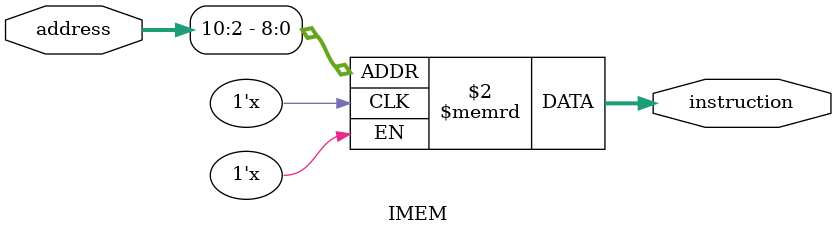
<source format=v>
module IMEM(
    input wire [31 : 0] address,
    output reg [31 : 0] instruction
);

  reg [31 : 0] memory [1023:0]; 
  always @(*) begin
         instruction = memory[address[10 : 2]]; 
  end
  
endmodule

</source>
